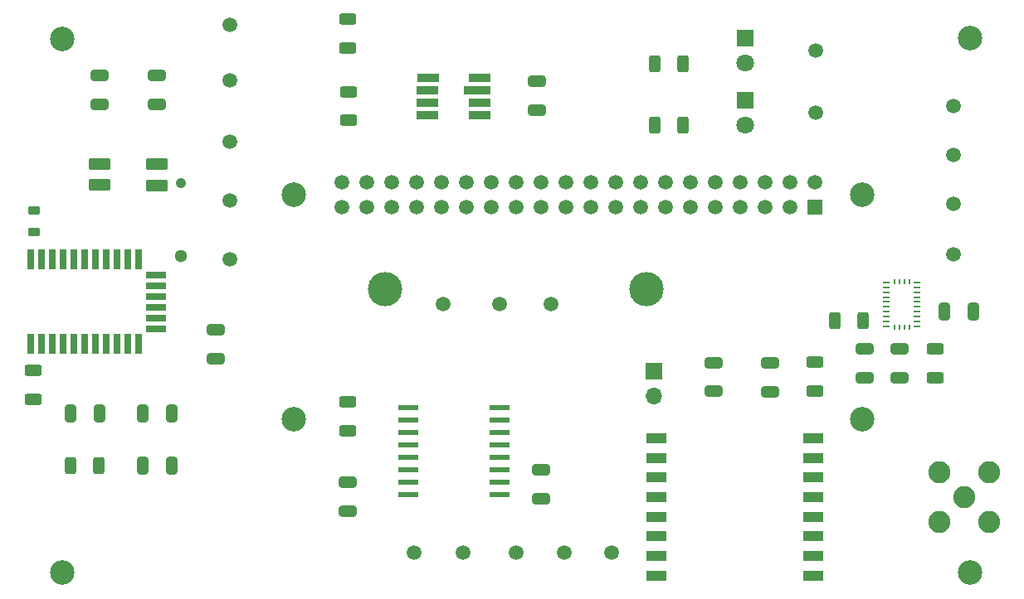
<source format=gts>
G04 #@! TF.GenerationSoftware,KiCad,Pcbnew,(6.0.7-1)-1*
G04 #@! TF.CreationDate,2023-01-21T15:22:46-06:00*
G04 #@! TF.ProjectId,Neutro_v1,4e657574-726f-45f7-9631-2e6b69636164,v1*
G04 #@! TF.SameCoordinates,Original*
G04 #@! TF.FileFunction,Soldermask,Top*
G04 #@! TF.FilePolarity,Negative*
%FSLAX46Y46*%
G04 Gerber Fmt 4.6, Leading zero omitted, Abs format (unit mm)*
G04 Created by KiCad (PCBNEW (6.0.7-1)-1) date 2023-01-21 15:22:46*
%MOMM*%
%LPD*%
G01*
G04 APERTURE LIST*
G04 Aperture macros list*
%AMRoundRect*
0 Rectangle with rounded corners*
0 $1 Rounding radius*
0 $2 $3 $4 $5 $6 $7 $8 $9 X,Y pos of 4 corners*
0 Add a 4 corners polygon primitive as box body*
4,1,4,$2,$3,$4,$5,$6,$7,$8,$9,$2,$3,0*
0 Add four circle primitives for the rounded corners*
1,1,$1+$1,$2,$3*
1,1,$1+$1,$4,$5*
1,1,$1+$1,$6,$7*
1,1,$1+$1,$8,$9*
0 Add four rect primitives between the rounded corners*
20,1,$1+$1,$2,$3,$4,$5,0*
20,1,$1+$1,$4,$5,$6,$7,0*
20,1,$1+$1,$6,$7,$8,$9,0*
20,1,$1+$1,$8,$9,$2,$3,0*%
G04 Aperture macros list end*
%ADD10C,1.500000*%
%ADD11RoundRect,0.250000X0.625000X-0.312500X0.625000X0.312500X-0.625000X0.312500X-0.625000X-0.312500X0*%
%ADD12RoundRect,0.250000X0.325000X0.650000X-0.325000X0.650000X-0.325000X-0.650000X0.325000X-0.650000X0*%
%ADD13RoundRect,0.250000X-0.625000X0.312500X-0.625000X-0.312500X0.625000X-0.312500X0.625000X0.312500X0*%
%ADD14RoundRect,0.250000X0.650000X-0.325000X0.650000X0.325000X-0.650000X0.325000X-0.650000X-0.325000X0*%
%ADD15C,2.500000*%
%ADD16RoundRect,0.250000X-0.312500X-0.625000X0.312500X-0.625000X0.312500X0.625000X-0.312500X0.625000X0*%
%ADD17RoundRect,0.250000X0.850000X-0.375000X0.850000X0.375000X-0.850000X0.375000X-0.850000X-0.375000X0*%
%ADD18RoundRect,0.218750X-0.381250X0.218750X-0.381250X-0.218750X0.381250X-0.218750X0.381250X0.218750X0*%
%ADD19C,2.250000*%
%ADD20RoundRect,0.250000X-0.650000X0.325000X-0.650000X-0.325000X0.650000X-0.325000X0.650000X0.325000X0*%
%ADD21R,0.700000X2.000000*%
%ADD22R,2.000000X0.700000*%
%ADD23RoundRect,0.041300X-0.983700X-0.253700X0.983700X-0.253700X0.983700X0.253700X-0.983700X0.253700X0*%
%ADD24R,2.000000X1.000000*%
%ADD25R,1.800000X1.800000*%
%ADD26C,1.800000*%
%ADD27R,2.250000X0.900000*%
%ADD28R,2.800000X0.900000*%
%ADD29R,0.675000X0.250000*%
%ADD30R,0.250000X0.575000*%
%ADD31R,1.508000X1.508000*%
%ADD32C,1.508000*%
%ADD33C,1.300000*%
%ADD34C,1.050000*%
%ADD35C,3.500000*%
%ADD36R,1.700000X1.700000*%
%ADD37O,1.700000X1.700000*%
G04 APERTURE END LIST*
D10*
X157353000Y-127000000D03*
D11*
X103124000Y-111262500D03*
X103124000Y-108337500D03*
D12*
X117252998Y-112727500D03*
X114302998Y-112727500D03*
D13*
X135200000Y-111566500D03*
X135200000Y-114491500D03*
D10*
X145000000Y-101600000D03*
D14*
X135255000Y-122744000D03*
X135255000Y-119794000D03*
D10*
X123190000Y-73000000D03*
D15*
X198700000Y-74400000D03*
D12*
X117252998Y-118061500D03*
X114302998Y-118061500D03*
D10*
X183000000Y-82000000D03*
X142000000Y-127000000D03*
X123190000Y-91000000D03*
D14*
X188000000Y-109075000D03*
X188000000Y-106125000D03*
X154559000Y-81739000D03*
X154559000Y-78789000D03*
D16*
X184912000Y-103300000D03*
X187837000Y-103300000D03*
D12*
X199087000Y-102362000D03*
X196137000Y-102362000D03*
D10*
X197000000Y-81300000D03*
D17*
X115777998Y-89418500D03*
X115777998Y-87268500D03*
D11*
X195200000Y-109062500D03*
X195200000Y-106137500D03*
D10*
X156000000Y-101600000D03*
D14*
X109935998Y-81182500D03*
X109935998Y-78232500D03*
D10*
X162179000Y-127000000D03*
D18*
X103251000Y-92037500D03*
X103251000Y-94162500D03*
D10*
X150750000Y-101600000D03*
X147000000Y-127000000D03*
D19*
X198120000Y-121285000D03*
X200660000Y-118745000D03*
X200660000Y-123825000D03*
X195580000Y-123825000D03*
X195580000Y-118745000D03*
D13*
X135337500Y-79875000D03*
X135337500Y-82800000D03*
D12*
X109886998Y-112727500D03*
X106936998Y-112727500D03*
D16*
X166537500Y-83250000D03*
X169462500Y-83250000D03*
D10*
X123190000Y-78740000D03*
D14*
X121793000Y-107139000D03*
X121793000Y-104189000D03*
D17*
X109900000Y-89375000D03*
X109900000Y-87225000D03*
D10*
X197000000Y-86300000D03*
D15*
X106100000Y-129000000D03*
D13*
X135200000Y-72475000D03*
X135200000Y-75400000D03*
D20*
X155000000Y-118525000D03*
X155000000Y-121475000D03*
X178308000Y-107618000D03*
X178308000Y-110568000D03*
D16*
X106949498Y-118061500D03*
X109874498Y-118061500D03*
D13*
X182880000Y-107503500D03*
X182880000Y-110428500D03*
D10*
X197000000Y-96500000D03*
X183000000Y-75650000D03*
D15*
X198700000Y-129000000D03*
D10*
X197000000Y-91300000D03*
D21*
X102874000Y-105617500D03*
X103974000Y-105617500D03*
X105074000Y-105617500D03*
X106174000Y-105617500D03*
X107274000Y-105617500D03*
X108374000Y-105617500D03*
X109474000Y-105617500D03*
X110574000Y-105617500D03*
X111674000Y-105617500D03*
X112774000Y-105617500D03*
X113874000Y-105617500D03*
D22*
X115674000Y-104067500D03*
X115674000Y-102967500D03*
X115674000Y-101867500D03*
X115674000Y-100767500D03*
X115674000Y-99667500D03*
X115674000Y-98567500D03*
D21*
X113874000Y-96977500D03*
X112774000Y-96977500D03*
X111674000Y-96977500D03*
X110574000Y-96977500D03*
X109474000Y-96977500D03*
X108374000Y-96977500D03*
X107274000Y-96977500D03*
X106174000Y-96977500D03*
X105074000Y-96977500D03*
X103974000Y-96977500D03*
X102874000Y-96977500D03*
D10*
X123190000Y-85000000D03*
X152400000Y-127000000D03*
D23*
X141403000Y-112125000D03*
X141403000Y-113395000D03*
X141403000Y-114665000D03*
X141403000Y-115935000D03*
X141403000Y-117205000D03*
X141403000Y-118475000D03*
X141403000Y-119745000D03*
X141403000Y-121015000D03*
X150713000Y-121015000D03*
X150713000Y-119745000D03*
X150713000Y-118475000D03*
X150713000Y-117205000D03*
X150713000Y-115935000D03*
X150713000Y-114665000D03*
X150713000Y-113395000D03*
X150713000Y-112125000D03*
D15*
X106100000Y-74500000D03*
D16*
X166537500Y-77000000D03*
X169462500Y-77000000D03*
D14*
X191516000Y-109075000D03*
X191516000Y-106125000D03*
X115777998Y-81133500D03*
X115777998Y-78183500D03*
D24*
X166752000Y-115301000D03*
X166752000Y-117301000D03*
X166752000Y-119301000D03*
X166752000Y-121301000D03*
X166752000Y-123301000D03*
X166752000Y-125301000D03*
X166752000Y-127301000D03*
X166752000Y-129301000D03*
X182752000Y-129301000D03*
X182752000Y-127301000D03*
X182752000Y-125301000D03*
X182752000Y-123301000D03*
X182752000Y-121301000D03*
X182752000Y-119301000D03*
X182752000Y-117301000D03*
X182752000Y-115301000D03*
D25*
X175750000Y-80725000D03*
D26*
X175750000Y-83265000D03*
D27*
X148733000Y-82276000D03*
X148733000Y-81026000D03*
D28*
X148458000Y-79726000D03*
D27*
X148733000Y-78476000D03*
X143430500Y-78476000D03*
X143383000Y-79726000D03*
X143383000Y-81026000D03*
X143383000Y-82276000D03*
D29*
X190207500Y-103850000D03*
D30*
X191020000Y-103912500D03*
X191520000Y-103912500D03*
X192020000Y-103912500D03*
X192520000Y-103912500D03*
D29*
X193332500Y-103850000D03*
X193332500Y-103350000D03*
X193332500Y-102850000D03*
X193332500Y-102350000D03*
X193332500Y-101850000D03*
X193332500Y-101350000D03*
X193332500Y-100850000D03*
X193332500Y-100350000D03*
X193332500Y-99850000D03*
X193332500Y-99350000D03*
D30*
X192520000Y-99287500D03*
X192020000Y-99287500D03*
X191520000Y-99287500D03*
X191020000Y-99287500D03*
D29*
X190207500Y-99350000D03*
X190207500Y-99850000D03*
X190207500Y-100350000D03*
X190207500Y-100850000D03*
X190207500Y-101350000D03*
X190207500Y-101850000D03*
X190207500Y-102350000D03*
X190207500Y-102850000D03*
X190207500Y-103350000D03*
D10*
X123190000Y-97000000D03*
D25*
X175800000Y-74375000D03*
D26*
X175800000Y-76915000D03*
D20*
X172593000Y-107540000D03*
X172593000Y-110490000D03*
D15*
X129750000Y-90358000D03*
X129750000Y-113358000D03*
X187750000Y-113358000D03*
X187750000Y-90358000D03*
D31*
X182880000Y-91628000D03*
D32*
X182880000Y-89088000D03*
X180340000Y-91628000D03*
X180340000Y-89088000D03*
X177800000Y-91628000D03*
X177800000Y-89088000D03*
X175260000Y-91628000D03*
X175260000Y-89088000D03*
X172720000Y-91628000D03*
X172720000Y-89088000D03*
X170180000Y-91628000D03*
X170180000Y-89088000D03*
X167640000Y-91628000D03*
X167640000Y-89088000D03*
X165100000Y-91628000D03*
X165100000Y-89088000D03*
X162560000Y-91628000D03*
X162560000Y-89088000D03*
X160020000Y-91628000D03*
X160020000Y-89088000D03*
X157480000Y-91628000D03*
X157480000Y-89088000D03*
X154940000Y-91628000D03*
X154940000Y-89088000D03*
X152400000Y-91628000D03*
X152400000Y-89088000D03*
X149860000Y-91628000D03*
X149860000Y-89088000D03*
X147320000Y-91628000D03*
X147320000Y-89088000D03*
X144780000Y-91628000D03*
X144780000Y-89088000D03*
X142240000Y-91628000D03*
X142240000Y-89088000D03*
X139700000Y-91628000D03*
X139700000Y-89088000D03*
X137160000Y-91628000D03*
X137160000Y-89088000D03*
X134620000Y-91628000D03*
X134620000Y-89088000D03*
D33*
X118237000Y-96637099D03*
D34*
X118237000Y-89187099D03*
D35*
X165735000Y-100076000D03*
X139065000Y-100076000D03*
D36*
X166497000Y-108458000D03*
D37*
X166497000Y-110998000D03*
M02*

</source>
